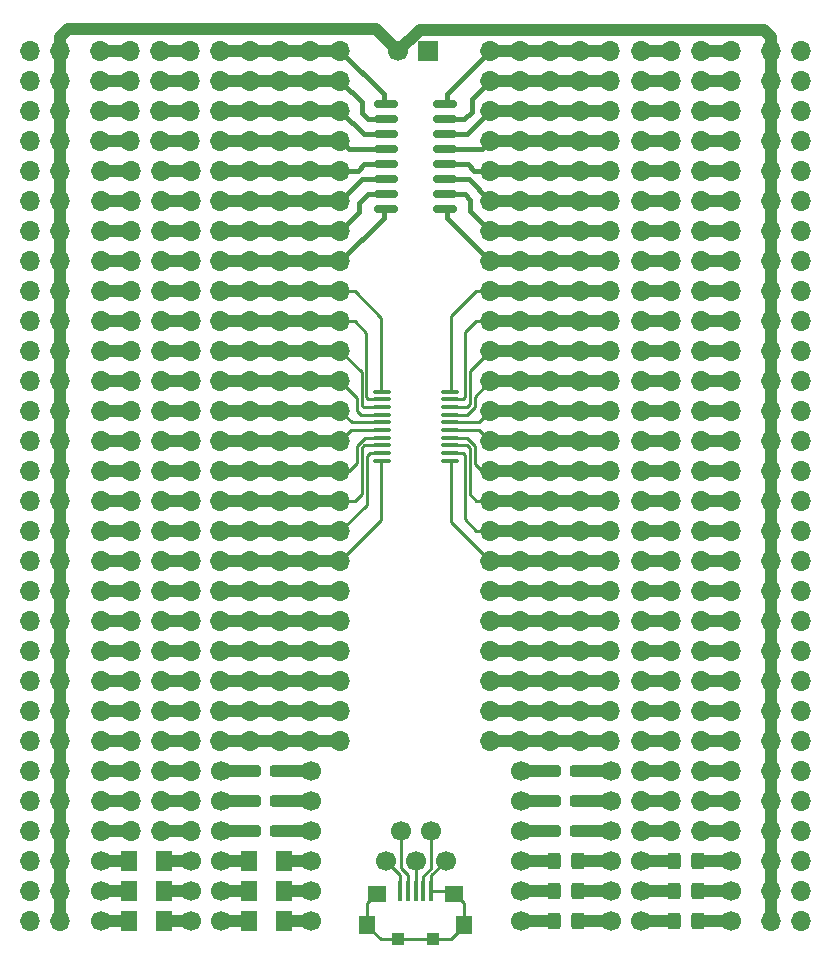
<source format=gtl>
G04 #@! TF.GenerationSoftware,KiCad,Pcbnew,9.0.1*
G04 #@! TF.CreationDate,2025-05-06T23:41:27-04:00*
G04 #@! TF.ProjectId,AltbierProto,416c7462-6965-4725-9072-6f746f2e6b69,rev?*
G04 #@! TF.SameCoordinates,Original*
G04 #@! TF.FileFunction,Copper,L1,Top*
G04 #@! TF.FilePolarity,Positive*
%FSLAX46Y46*%
G04 Gerber Fmt 4.6, Leading zero omitted, Abs format (unit mm)*
G04 Created by KiCad (PCBNEW 9.0.1) date 2025-05-06 23:41:27*
%MOMM*%
%LPD*%
G01*
G04 APERTURE LIST*
G04 Aperture macros list*
%AMRoundRect*
0 Rectangle with rounded corners*
0 $1 Rounding radius*
0 $2 $3 $4 $5 $6 $7 $8 $9 X,Y pos of 4 corners*
0 Add a 4 corners polygon primitive as box body*
4,1,4,$2,$3,$4,$5,$6,$7,$8,$9,$2,$3,0*
0 Add four circle primitives for the rounded corners*
1,1,$1+$1,$2,$3*
1,1,$1+$1,$4,$5*
1,1,$1+$1,$6,$7*
1,1,$1+$1,$8,$9*
0 Add four rect primitives between the rounded corners*
20,1,$1+$1,$2,$3,$4,$5,0*
20,1,$1+$1,$4,$5,$6,$7,0*
20,1,$1+$1,$6,$7,$8,$9,0*
20,1,$1+$1,$8,$9,$2,$3,0*%
G04 Aperture macros list end*
G04 #@! TA.AperFunction,ComponentPad*
%ADD10O,1.700000X1.700000*%
G04 #@! TD*
G04 #@! TA.AperFunction,SMDPad,CuDef*
%ADD11RoundRect,0.150000X-0.825000X-0.150000X0.825000X-0.150000X0.825000X0.150000X-0.825000X0.150000X0*%
G04 #@! TD*
G04 #@! TA.AperFunction,SMDPad,CuDef*
%ADD12RoundRect,0.100000X-0.637500X-0.100000X0.637500X-0.100000X0.637500X0.100000X-0.637500X0.100000X0*%
G04 #@! TD*
G04 #@! TA.AperFunction,ComponentPad*
%ADD13R,1.700000X1.700000*%
G04 #@! TD*
G04 #@! TA.AperFunction,ComponentPad*
%ADD14C,1.700000*%
G04 #@! TD*
G04 #@! TA.AperFunction,SMDPad,CuDef*
%ADD15R,0.400000X1.800000*%
G04 #@! TD*
G04 #@! TA.AperFunction,SMDPad,CuDef*
%ADD16R,1.350000X1.500000*%
G04 #@! TD*
G04 #@! TA.AperFunction,SMDPad,CuDef*
%ADD17R,1.500000X1.400000*%
G04 #@! TD*
G04 #@! TA.AperFunction,SMDPad,CuDef*
%ADD18R,1.100000X1.000000*%
G04 #@! TD*
G04 #@! TA.AperFunction,SMDPad,CuDef*
%ADD19RoundRect,0.250001X-0.462499X-0.624999X0.462499X-0.624999X0.462499X0.624999X-0.462499X0.624999X0*%
G04 #@! TD*
G04 #@! TA.AperFunction,SMDPad,CuDef*
%ADD20RoundRect,0.250000X-0.325000X-0.450000X0.325000X-0.450000X0.325000X0.450000X-0.325000X0.450000X0*%
G04 #@! TD*
G04 #@! TA.AperFunction,SMDPad,CuDef*
%ADD21RoundRect,0.237500X-0.287500X-0.237500X0.287500X-0.237500X0.287500X0.237500X-0.287500X0.237500X0*%
G04 #@! TD*
G04 #@! TA.AperFunction,Conductor*
%ADD22C,1.000000*%
G04 #@! TD*
G04 #@! TA.AperFunction,Conductor*
%ADD23C,0.250000*%
G04 #@! TD*
G04 #@! TA.AperFunction,Conductor*
%ADD24C,0.400000*%
G04 #@! TD*
G04 APERTURE END LIST*
D10*
X124590000Y-55295000D03*
X127130000Y-55295000D03*
X129670000Y-55295000D03*
X132210000Y-55295000D03*
X134750000Y-55295000D03*
X147450000Y-55295000D03*
X149990000Y-55295000D03*
X152530000Y-55295000D03*
X155070000Y-55295000D03*
X157610000Y-55295000D03*
X124590000Y-57835000D03*
X127130000Y-57835000D03*
X129670000Y-57835000D03*
X132210000Y-57835000D03*
X134750000Y-57835000D03*
X147450000Y-57835000D03*
X149990000Y-57835000D03*
X152530000Y-57835000D03*
X155070000Y-57835000D03*
X157610000Y-57835000D03*
X124590000Y-62915000D03*
X127130000Y-62915000D03*
X129670000Y-62915000D03*
X132210000Y-62915000D03*
X134750000Y-62915000D03*
X147450000Y-62915000D03*
X149990000Y-62915000D03*
X152530000Y-62915000D03*
X155070000Y-62915000D03*
X157610000Y-62915000D03*
X124590000Y-60375000D03*
X127130000Y-60375000D03*
X129670000Y-60375000D03*
X132210000Y-60375000D03*
X134750000Y-60375000D03*
X147450000Y-60375000D03*
X149990000Y-60375000D03*
X152530000Y-60375000D03*
X155070000Y-60375000D03*
X157610000Y-60375000D03*
X124590000Y-70535000D03*
X127130000Y-70535000D03*
X129670000Y-70535000D03*
X132210000Y-70535000D03*
X134750000Y-70535000D03*
X147450000Y-70535000D03*
X149990000Y-70535000D03*
X152530000Y-70535000D03*
X155070000Y-70535000D03*
X157610000Y-70535000D03*
X124590000Y-73075000D03*
X127130000Y-73075000D03*
X129670000Y-73075000D03*
X132210000Y-73075000D03*
X134750000Y-73075000D03*
X147450000Y-73075000D03*
X149990000Y-73075000D03*
X152530000Y-73075000D03*
X155070000Y-73075000D03*
X157610000Y-73075000D03*
X124590000Y-67995000D03*
X127130000Y-67995000D03*
X129670000Y-67995000D03*
X132210000Y-67995000D03*
X134750000Y-67995000D03*
X147450000Y-67995000D03*
X149990000Y-67995000D03*
X152530000Y-67995000D03*
X155070000Y-67995000D03*
X157610000Y-67995000D03*
X124590000Y-65455000D03*
X127130000Y-65455000D03*
X129670000Y-65455000D03*
X132210000Y-65455000D03*
X134750000Y-65455000D03*
X147450000Y-65455000D03*
X149990000Y-65455000D03*
X152530000Y-65455000D03*
X155070000Y-65455000D03*
X157610000Y-65455000D03*
X124590000Y-80695000D03*
X127130000Y-80695000D03*
X129670000Y-80695000D03*
X132210000Y-80695000D03*
X134750000Y-80695000D03*
X147450000Y-80695000D03*
X149990000Y-80695000D03*
X152530000Y-80695000D03*
X155070000Y-80695000D03*
X157610000Y-80695000D03*
X124590000Y-83235000D03*
X127130000Y-83235000D03*
X129670000Y-83235000D03*
X132210000Y-83235000D03*
X134750000Y-83235000D03*
X147450000Y-83235000D03*
X149990000Y-83235000D03*
X152530000Y-83235000D03*
X155070000Y-83235000D03*
X157610000Y-83235000D03*
X124590000Y-78155000D03*
X127130000Y-78155000D03*
X129670000Y-78155000D03*
X132210000Y-78155000D03*
X134750000Y-78155000D03*
X147450000Y-78155000D03*
X149990000Y-78155000D03*
X152530000Y-78155000D03*
X155070000Y-78155000D03*
X157610000Y-78155000D03*
X124590000Y-88315000D03*
X127130000Y-88315000D03*
X129670000Y-88315000D03*
X132210000Y-88315000D03*
X134750000Y-88315000D03*
X147450000Y-88315000D03*
X149990000Y-88315000D03*
X152530000Y-88315000D03*
X155070000Y-88315000D03*
X157610000Y-88315000D03*
X124590000Y-90855000D03*
X127130000Y-90855000D03*
X129670000Y-90855000D03*
X132210000Y-90855000D03*
X134750000Y-90855000D03*
X147450000Y-90855000D03*
X149990000Y-90855000D03*
X152530000Y-90855000D03*
X155070000Y-90855000D03*
X157610000Y-90855000D03*
X124590000Y-93395000D03*
X127130000Y-93395000D03*
X129670000Y-93395000D03*
X132210000Y-93395000D03*
X134750000Y-93395000D03*
X147450000Y-93395000D03*
X149990000Y-93395000D03*
X152530000Y-93395000D03*
X155070000Y-93395000D03*
X157610000Y-93395000D03*
X124590000Y-85775000D03*
X127130000Y-85775000D03*
X129670000Y-85775000D03*
X132210000Y-85775000D03*
X134750000Y-85775000D03*
X147450000Y-85775000D03*
X149990000Y-85775000D03*
X152530000Y-85775000D03*
X155070000Y-85775000D03*
X157610000Y-85775000D03*
X124590000Y-75615000D03*
X127130000Y-75615000D03*
X129670000Y-75615000D03*
X132210000Y-75615000D03*
X134750000Y-75615000D03*
X147450000Y-75615000D03*
X149990000Y-75615000D03*
X152530000Y-75615000D03*
X155070000Y-75615000D03*
X157610000Y-75615000D03*
X124590000Y-101015000D03*
X127130000Y-101015000D03*
X129670000Y-101015000D03*
X132210000Y-101015000D03*
X134750000Y-101015000D03*
X147450000Y-101015000D03*
X149990000Y-101015000D03*
X152530000Y-101015000D03*
X155070000Y-101015000D03*
X157610000Y-101015000D03*
X124590000Y-103555000D03*
X127130000Y-103555000D03*
X129670000Y-103555000D03*
X132210000Y-103555000D03*
X134750000Y-103555000D03*
X147450000Y-103555000D03*
X149990000Y-103555000D03*
X152530000Y-103555000D03*
X155070000Y-103555000D03*
X157610000Y-103555000D03*
X124590000Y-98475000D03*
X127130000Y-98475000D03*
X129670000Y-98475000D03*
X132210000Y-98475000D03*
X134750000Y-98475000D03*
X147450000Y-98475000D03*
X149990000Y-98475000D03*
X152530000Y-98475000D03*
X155070000Y-98475000D03*
X157610000Y-98475000D03*
X124590000Y-108635000D03*
X127130000Y-108635000D03*
X129670000Y-108635000D03*
X132210000Y-108635000D03*
X134750000Y-108635000D03*
X147450000Y-108635000D03*
X149990000Y-108635000D03*
X152530000Y-108635000D03*
X155070000Y-108635000D03*
X157610000Y-108635000D03*
X124590000Y-111175000D03*
X127130000Y-111175000D03*
X129670000Y-111175000D03*
X132210000Y-111175000D03*
X134750000Y-111175000D03*
X147450000Y-111175000D03*
X149990000Y-111175000D03*
X152530000Y-111175000D03*
X155070000Y-111175000D03*
X157610000Y-111175000D03*
X124590000Y-113715000D03*
X127130000Y-113715000D03*
X129670000Y-113715000D03*
X132210000Y-113715000D03*
X134750000Y-113715000D03*
X147450000Y-113715000D03*
X149990000Y-113715000D03*
X152530000Y-113715000D03*
X155070000Y-113715000D03*
X157610000Y-113715000D03*
X124590000Y-106095000D03*
X127130000Y-106095000D03*
X129670000Y-106095000D03*
X132210000Y-106095000D03*
X134750000Y-106095000D03*
X147450000Y-106095000D03*
X149990000Y-106095000D03*
X152530000Y-106095000D03*
X155070000Y-106095000D03*
X157610000Y-106095000D03*
X124590000Y-95935000D03*
X127130000Y-95935000D03*
X129670000Y-95935000D03*
X132210000Y-95935000D03*
X134750000Y-95935000D03*
X147450000Y-95935000D03*
X149990000Y-95935000D03*
X152530000Y-95935000D03*
X155070000Y-95935000D03*
X157610000Y-95935000D03*
D11*
X138645000Y-59815000D03*
X138645000Y-61085000D03*
X138645000Y-62355000D03*
X138645000Y-63625000D03*
X138645000Y-64895000D03*
X138645000Y-66165000D03*
X138645000Y-67435000D03*
X138645000Y-68705000D03*
X143595000Y-68705000D03*
X143595000Y-67435000D03*
X143595000Y-66165000D03*
X143595000Y-64895000D03*
X143595000Y-63625000D03*
X143595000Y-62355000D03*
X143595000Y-61085000D03*
X143595000Y-59815000D03*
D12*
X138307500Y-84135000D03*
X138307500Y-84785000D03*
X138307500Y-85435000D03*
X138307500Y-86085000D03*
X138307500Y-86735000D03*
X138307500Y-87385000D03*
X138307500Y-88035000D03*
X138307500Y-88685000D03*
X138307500Y-89335000D03*
X138307500Y-89985000D03*
X144032500Y-89985000D03*
X144032500Y-89335000D03*
X144032500Y-88685000D03*
X144032500Y-88035000D03*
X144032500Y-87385000D03*
X144032500Y-86735000D03*
X144032500Y-86085000D03*
X144032500Y-85435000D03*
X144032500Y-84785000D03*
X144032500Y-84135000D03*
D10*
X160180000Y-55300000D03*
X162720000Y-55300000D03*
X165260000Y-55300000D03*
X167800000Y-55300000D03*
X160180000Y-57840000D03*
X162720000Y-57840000D03*
X165260000Y-57840000D03*
X167800000Y-57840000D03*
X160180000Y-60380000D03*
X162720000Y-60380000D03*
X165260000Y-60380000D03*
X167800000Y-60380000D03*
X160180000Y-62920000D03*
X162720000Y-62920000D03*
X165260000Y-62920000D03*
X167800000Y-62920000D03*
X160190000Y-75620000D03*
X162730000Y-75620000D03*
X165270000Y-75620000D03*
X167810000Y-75620000D03*
X160190000Y-78160000D03*
X162730000Y-78160000D03*
X165270000Y-78160000D03*
X167810000Y-78160000D03*
X160190000Y-83240000D03*
X162730000Y-83240000D03*
X165270000Y-83240000D03*
X167810000Y-83240000D03*
X160190000Y-80700000D03*
X162730000Y-80700000D03*
X165270000Y-80700000D03*
X167810000Y-80700000D03*
X160190000Y-85780000D03*
X162730000Y-85780000D03*
X165270000Y-85780000D03*
X167810000Y-85780000D03*
X160200000Y-98480000D03*
X162740000Y-98480000D03*
X165280000Y-98480000D03*
X167820000Y-98480000D03*
X160200000Y-95940000D03*
X162740000Y-95940000D03*
X165280000Y-95940000D03*
X167820000Y-95940000D03*
X160190000Y-88320000D03*
X162730000Y-88320000D03*
X165270000Y-88320000D03*
X167810000Y-88320000D03*
X160190000Y-93400000D03*
X162730000Y-93400000D03*
X165270000Y-93400000D03*
X167810000Y-93400000D03*
X160200000Y-103560000D03*
X162740000Y-103560000D03*
X165280000Y-103560000D03*
X167820000Y-103560000D03*
X160190000Y-90860000D03*
X162730000Y-90860000D03*
X165270000Y-90860000D03*
X167810000Y-90860000D03*
X160200000Y-101020000D03*
X162740000Y-101020000D03*
X165280000Y-101020000D03*
X167820000Y-101020000D03*
X160200000Y-108640000D03*
X162740000Y-108640000D03*
X165280000Y-108640000D03*
X167820000Y-108640000D03*
X160200000Y-111180000D03*
X162740000Y-111180000D03*
X165280000Y-111180000D03*
X167820000Y-111180000D03*
X160200000Y-106100000D03*
X162740000Y-106100000D03*
X165280000Y-106100000D03*
X167820000Y-106100000D03*
X160200000Y-113720000D03*
X162740000Y-113720000D03*
X165280000Y-113720000D03*
X167820000Y-113720000D03*
X160190000Y-121340000D03*
X162730000Y-121340000D03*
X165270000Y-121340000D03*
X167810000Y-121340000D03*
X160190000Y-118800000D03*
X162730000Y-118800000D03*
X165270000Y-118800000D03*
X167810000Y-118800000D03*
X160190000Y-116260000D03*
X162730000Y-116260000D03*
X165270000Y-116260000D03*
X167810000Y-116260000D03*
X114440000Y-55330000D03*
X116980000Y-55330000D03*
X119520000Y-55330000D03*
X122060000Y-55330000D03*
X114450000Y-68030000D03*
X116990000Y-68030000D03*
X119530000Y-68030000D03*
X122070000Y-68030000D03*
X114450000Y-65490000D03*
X116990000Y-65490000D03*
X119530000Y-65490000D03*
X122070000Y-65490000D03*
X114440000Y-57870000D03*
X116980000Y-57870000D03*
X119520000Y-57870000D03*
X122060000Y-57870000D03*
X114440000Y-62950000D03*
X116980000Y-62950000D03*
X119520000Y-62950000D03*
X122060000Y-62950000D03*
X114450000Y-73110000D03*
X116990000Y-73110000D03*
X119530000Y-73110000D03*
X122070000Y-73110000D03*
X114440000Y-60410000D03*
X116980000Y-60410000D03*
X119520000Y-60410000D03*
X122060000Y-60410000D03*
X114450000Y-70570000D03*
X116990000Y-70570000D03*
X119530000Y-70570000D03*
X122070000Y-70570000D03*
X114450000Y-118830000D03*
X116990000Y-118830000D03*
X119530000Y-118830000D03*
X122070000Y-118830000D03*
X114460000Y-113750000D03*
X117000000Y-113750000D03*
X119540000Y-113750000D03*
X122080000Y-113750000D03*
X114450000Y-121370000D03*
X116990000Y-121370000D03*
X119530000Y-121370000D03*
X122070000Y-121370000D03*
X114450000Y-116290000D03*
X116990000Y-116290000D03*
X119530000Y-116290000D03*
X122070000Y-116290000D03*
X114460000Y-106130000D03*
X117000000Y-106130000D03*
X119540000Y-106130000D03*
X122080000Y-106130000D03*
X114450000Y-78190000D03*
X116990000Y-78190000D03*
X119530000Y-78190000D03*
X122070000Y-78190000D03*
X114460000Y-108670000D03*
X117000000Y-108670000D03*
X119540000Y-108670000D03*
X122080000Y-108670000D03*
X114450000Y-80730000D03*
X116990000Y-80730000D03*
X119530000Y-80730000D03*
X122070000Y-80730000D03*
X114450000Y-75650000D03*
X116990000Y-75650000D03*
X119530000Y-75650000D03*
X122070000Y-75650000D03*
X114460000Y-95970000D03*
X117000000Y-95970000D03*
X119540000Y-95970000D03*
X122080000Y-95970000D03*
X114460000Y-98510000D03*
X117000000Y-98510000D03*
X119540000Y-98510000D03*
X122080000Y-98510000D03*
X114450000Y-88350000D03*
X116990000Y-88350000D03*
X119530000Y-88350000D03*
X122070000Y-88350000D03*
X114450000Y-85810000D03*
X116990000Y-85810000D03*
X119530000Y-85810000D03*
X122070000Y-85810000D03*
X114450000Y-93430000D03*
X116990000Y-93430000D03*
X119530000Y-93430000D03*
X122070000Y-93430000D03*
X114460000Y-103590000D03*
X117000000Y-103590000D03*
X119540000Y-103590000D03*
X122080000Y-103590000D03*
X114450000Y-83270000D03*
X116990000Y-83270000D03*
X119530000Y-83270000D03*
X122070000Y-83270000D03*
X114450000Y-90890000D03*
X116990000Y-90890000D03*
X119530000Y-90890000D03*
X122070000Y-90890000D03*
X114460000Y-101050000D03*
X117000000Y-101050000D03*
X119540000Y-101050000D03*
X122080000Y-101050000D03*
X114460000Y-111210000D03*
X117000000Y-111210000D03*
X119540000Y-111210000D03*
X122080000Y-111210000D03*
X108460000Y-55320000D03*
X111000000Y-55320000D03*
X108460000Y-57860000D03*
X111000000Y-57860000D03*
X108460000Y-60400000D03*
X111000000Y-60400000D03*
X108460000Y-62940000D03*
X111000000Y-62940000D03*
X108460000Y-65480000D03*
X111000000Y-65480000D03*
X108460000Y-68020000D03*
X111000000Y-68020000D03*
X108460000Y-70560000D03*
X111000000Y-70560000D03*
X108460000Y-73100000D03*
X111000000Y-73100000D03*
X108460000Y-75640000D03*
X111000000Y-75640000D03*
X108460000Y-78180000D03*
X111000000Y-78180000D03*
X108460000Y-80720000D03*
X111000000Y-80720000D03*
X108460000Y-83260000D03*
X111000000Y-83260000D03*
X108460000Y-85800000D03*
X111000000Y-85800000D03*
X108460000Y-88340000D03*
X111000000Y-88340000D03*
X108460000Y-90880000D03*
X111000000Y-90880000D03*
X108460000Y-93420000D03*
X111000000Y-93420000D03*
X108460000Y-95960000D03*
X111000000Y-95960000D03*
X108460000Y-98500000D03*
X111000000Y-98500000D03*
X108460000Y-101040000D03*
X111000000Y-101040000D03*
X108460000Y-103580000D03*
X111000000Y-103580000D03*
X108460000Y-106120000D03*
X111000000Y-106120000D03*
X108460000Y-108660000D03*
X111000000Y-108660000D03*
X108460000Y-111200000D03*
X111000000Y-111200000D03*
X108460000Y-113740000D03*
X111000000Y-113740000D03*
X108460000Y-116280000D03*
X111000000Y-116280000D03*
X108460000Y-118820000D03*
X111000000Y-118820000D03*
X108460000Y-121360000D03*
X111000000Y-121360000D03*
X108460000Y-123900000D03*
X111000000Y-123900000D03*
X108460000Y-126440000D03*
X111000000Y-126440000D03*
X108460000Y-128980000D03*
X111000000Y-128980000D03*
X171240000Y-55320000D03*
X173780000Y-55320000D03*
X171240000Y-57860000D03*
X173780000Y-57860000D03*
X171240000Y-60400000D03*
X173780000Y-60400000D03*
X171240000Y-62940000D03*
X173780000Y-62940000D03*
X171240000Y-65480000D03*
X173780000Y-65480000D03*
X171240000Y-68020000D03*
X173780000Y-68020000D03*
X171240000Y-70560000D03*
X173780000Y-70560000D03*
X171240000Y-73100000D03*
X173780000Y-73100000D03*
X171240000Y-75640000D03*
X173780000Y-75640000D03*
X171240000Y-78180000D03*
X173780000Y-78180000D03*
X171240000Y-80720000D03*
X173780000Y-80720000D03*
X171240000Y-83260000D03*
X173780000Y-83260000D03*
X171240000Y-85800000D03*
X173780000Y-85800000D03*
X171240000Y-88340000D03*
X173780000Y-88340000D03*
X171240000Y-90880000D03*
X173780000Y-90880000D03*
X171240000Y-93420000D03*
X173780000Y-93420000D03*
X171240000Y-95960000D03*
X173780000Y-95960000D03*
X171240000Y-98500000D03*
X173780000Y-98500000D03*
X171240000Y-101040000D03*
X173780000Y-101040000D03*
X171240000Y-103580000D03*
X173780000Y-103580000D03*
X171240000Y-106120000D03*
X173780000Y-106120000D03*
X171240000Y-108660000D03*
X173780000Y-108660000D03*
X171240000Y-111200000D03*
X173780000Y-111200000D03*
X171240000Y-113740000D03*
X173780000Y-113740000D03*
X171240000Y-116280000D03*
X173780000Y-116280000D03*
X171240000Y-118820000D03*
X173780000Y-118820000D03*
X171240000Y-121360000D03*
X173780000Y-121360000D03*
X171240000Y-123900000D03*
X173780000Y-123900000D03*
X171240000Y-126440000D03*
X173780000Y-126440000D03*
X171240000Y-128980000D03*
X173780000Y-128980000D03*
D13*
X142190000Y-55320000D03*
D14*
X139650000Y-55320000D03*
X138580000Y-123870000D03*
D15*
X139820000Y-126440000D03*
D14*
X139850000Y-121330000D03*
D15*
X140470000Y-126440000D03*
D14*
X141120000Y-123870000D03*
D15*
X141120000Y-126440000D03*
X141770000Y-126440000D03*
D14*
X142390000Y-121330000D03*
D15*
X142420000Y-126440000D03*
D14*
X143660000Y-123870000D03*
D16*
X137045000Y-129310000D03*
D17*
X137870000Y-126640000D03*
D18*
X139620000Y-130490000D03*
X142620000Y-130490000D03*
D17*
X144370000Y-126640000D03*
D16*
X145195000Y-129310000D03*
D14*
X114450000Y-123900000D03*
D19*
X116822500Y-123900000D03*
X119797500Y-123900000D03*
D14*
X122070000Y-123900000D03*
X160200000Y-128960000D03*
D20*
X162975000Y-128960000D03*
X165025000Y-128960000D03*
D14*
X167820000Y-128960000D03*
X114450000Y-126430000D03*
D19*
X116822500Y-126430000D03*
X119797500Y-126430000D03*
D14*
X122070000Y-126430000D03*
X114450000Y-128970000D03*
D19*
X116822500Y-128970000D03*
X119797500Y-128970000D03*
D14*
X122070000Y-128970000D03*
X150040000Y-121330000D03*
D21*
X152965000Y-121330000D03*
X154715000Y-121330000D03*
D14*
X157660000Y-121330000D03*
X160200000Y-126420000D03*
D20*
X162975000Y-126420000D03*
X165025000Y-126420000D03*
D14*
X167820000Y-126420000D03*
X160200000Y-123880000D03*
D20*
X162975000Y-123880000D03*
X165025000Y-123880000D03*
D14*
X167820000Y-123880000D03*
X150040000Y-118790000D03*
D21*
X152965000Y-118790000D03*
X154715000Y-118790000D03*
D14*
X157660000Y-118790000D03*
X124610000Y-118840000D03*
D21*
X127535000Y-118840000D03*
X129285000Y-118840000D03*
D14*
X132230000Y-118840000D03*
X124610000Y-121380000D03*
D21*
X127535000Y-121380000D03*
X129285000Y-121380000D03*
D14*
X132230000Y-121380000D03*
X124610000Y-116300000D03*
D21*
X127535000Y-116300000D03*
X129285000Y-116300000D03*
D14*
X132230000Y-116300000D03*
X150040000Y-116250000D03*
D21*
X152965000Y-116250000D03*
X154715000Y-116250000D03*
D14*
X157660000Y-116250000D03*
X124610000Y-123900000D03*
D19*
X126982500Y-123900000D03*
X129957500Y-123900000D03*
D14*
X132230000Y-123900000D03*
X124610000Y-128970000D03*
D19*
X126982500Y-128970000D03*
X129957500Y-128970000D03*
D14*
X132230000Y-128970000D03*
X124610000Y-126430000D03*
D19*
X126982500Y-126430000D03*
X129957500Y-126430000D03*
D14*
X132230000Y-126430000D03*
X150040000Y-128970000D03*
D20*
X152815000Y-128970000D03*
X154865000Y-128970000D03*
D14*
X157660000Y-128970000D03*
X150040000Y-126430000D03*
D20*
X152815000Y-126430000D03*
X154865000Y-126430000D03*
D14*
X157660000Y-126430000D03*
X150040000Y-123890000D03*
D20*
X152815000Y-123890000D03*
X154865000Y-123890000D03*
D14*
X157660000Y-123890000D03*
D10*
X160190000Y-73080000D03*
X162730000Y-73080000D03*
X165270000Y-73080000D03*
X167810000Y-73080000D03*
X160190000Y-68000000D03*
X162730000Y-68000000D03*
X165270000Y-68000000D03*
X167810000Y-68000000D03*
X160190000Y-65460000D03*
X162730000Y-65460000D03*
X165270000Y-65460000D03*
X167810000Y-65460000D03*
X160190000Y-70540000D03*
X162730000Y-70540000D03*
X165270000Y-70540000D03*
X167810000Y-70540000D03*
D22*
X124590000Y-57835000D02*
X134750000Y-57835000D01*
X147450000Y-57835000D02*
X157610000Y-57835000D01*
X147450000Y-62915000D02*
X157610000Y-62915000D01*
X124590000Y-62915000D02*
X134750000Y-62915000D01*
X124590000Y-60375000D02*
X134750000Y-60375000D01*
X147450000Y-60375000D02*
X157610000Y-60375000D01*
X124590000Y-70535000D02*
X134750000Y-70535000D01*
X147450000Y-70535000D02*
X157610000Y-70535000D01*
X147450000Y-67995000D02*
X157610000Y-67995000D01*
X147450000Y-73075000D02*
X157610000Y-73075000D01*
X124590000Y-73075000D02*
X134750000Y-73075000D01*
X124590000Y-67995000D02*
X134750000Y-67995000D01*
X124590000Y-65455000D02*
X134750000Y-65455000D01*
X147450000Y-65455000D02*
X157610000Y-65455000D01*
X124590000Y-80695000D02*
X134750000Y-80695000D01*
X147450000Y-80695000D02*
X157610000Y-80695000D01*
X147450000Y-78155000D02*
X157610000Y-78155000D01*
X147450000Y-83235000D02*
X157610000Y-83235000D01*
X124590000Y-83235000D02*
X134750000Y-83235000D01*
X124590000Y-78155000D02*
X134750000Y-78155000D01*
X147450000Y-85775000D02*
X157610000Y-85775000D01*
X124590000Y-85775000D02*
X134750000Y-85775000D01*
X124590000Y-88315000D02*
X134750000Y-88315000D01*
X124590000Y-93395000D02*
X134750000Y-93395000D01*
X124590000Y-90855000D02*
X134750000Y-90855000D01*
X147450000Y-90855000D02*
X157610000Y-90855000D01*
X147450000Y-88315000D02*
X157610000Y-88315000D01*
X147450000Y-93395000D02*
X157610000Y-93395000D01*
X124590000Y-75615000D02*
X134750000Y-75615000D01*
X147450000Y-75615000D02*
X157610000Y-75615000D01*
X124590000Y-101015000D02*
X134750000Y-101015000D01*
X147450000Y-101015000D02*
X157610000Y-101015000D01*
X147450000Y-98475000D02*
X157610000Y-98475000D01*
X147450000Y-103555000D02*
X157610000Y-103555000D01*
X124590000Y-103555000D02*
X134750000Y-103555000D01*
X124590000Y-98475000D02*
X134750000Y-98475000D01*
X147450000Y-106095000D02*
X157610000Y-106095000D01*
X124590000Y-106095000D02*
X134750000Y-106095000D01*
X124590000Y-108635000D02*
X134750000Y-108635000D01*
X124590000Y-113715000D02*
X134750000Y-113715000D01*
X124590000Y-111175000D02*
X134750000Y-111175000D01*
X147450000Y-111175000D02*
X157610000Y-111175000D01*
X147450000Y-108635000D02*
X157610000Y-108635000D01*
X147450000Y-113715000D02*
X157610000Y-113715000D01*
X124590000Y-95935000D02*
X134750000Y-95935000D01*
X147450000Y-95935000D02*
X157610000Y-95935000D01*
X165270000Y-68000000D02*
X167810000Y-68000000D01*
X165270000Y-73080000D02*
X167810000Y-73080000D01*
X160190000Y-70540000D02*
X162730000Y-70540000D01*
X160190000Y-65460000D02*
X162730000Y-65460000D01*
X165270000Y-70540000D02*
X167810000Y-70540000D01*
X165270000Y-65460000D02*
X167810000Y-65460000D01*
X160190000Y-73080000D02*
X162730000Y-73080000D01*
X160190000Y-68000000D02*
X162730000Y-68000000D01*
X165270000Y-88320000D02*
X167810000Y-88320000D01*
X165270000Y-93400000D02*
X167810000Y-93400000D01*
X160190000Y-90860000D02*
X162730000Y-90860000D01*
X165280000Y-103560000D02*
X167820000Y-103560000D01*
X160190000Y-85780000D02*
X162730000Y-85780000D01*
X165280000Y-98480000D02*
X167820000Y-98480000D01*
X160200000Y-95940000D02*
X162740000Y-95940000D01*
X165280000Y-101020000D02*
X167820000Y-101020000D01*
X160200000Y-98480000D02*
X162740000Y-98480000D01*
X160200000Y-103560000D02*
X162740000Y-103560000D01*
X165280000Y-95940000D02*
X167820000Y-95940000D01*
X160200000Y-101020000D02*
X162740000Y-101020000D01*
X165270000Y-90860000D02*
X167810000Y-90860000D01*
X165270000Y-85780000D02*
X167810000Y-85780000D01*
X160190000Y-93400000D02*
X162730000Y-93400000D01*
X160190000Y-88320000D02*
X162730000Y-88320000D01*
X165280000Y-113720000D02*
X167820000Y-113720000D01*
X165280000Y-108640000D02*
X167820000Y-108640000D01*
X160200000Y-113720000D02*
X162740000Y-113720000D01*
X165280000Y-111180000D02*
X167820000Y-111180000D01*
X160200000Y-106100000D02*
X162740000Y-106100000D01*
X165280000Y-106100000D02*
X167820000Y-106100000D01*
X160200000Y-111180000D02*
X162740000Y-111180000D01*
X160200000Y-108640000D02*
X162740000Y-108640000D01*
X165270000Y-116260000D02*
X167810000Y-116260000D01*
X160190000Y-118800000D02*
X162730000Y-118800000D01*
X165270000Y-118800000D02*
X167810000Y-118800000D01*
X160190000Y-116260000D02*
X162730000Y-116260000D01*
X160190000Y-121340000D02*
X162730000Y-121340000D01*
X165270000Y-121340000D02*
X167810000Y-121340000D01*
X119520000Y-57870000D02*
X122060000Y-57870000D01*
X119520000Y-62950000D02*
X122060000Y-62950000D01*
X114440000Y-60410000D02*
X116980000Y-60410000D01*
X119530000Y-73110000D02*
X122070000Y-73110000D01*
X114440000Y-55330000D02*
X116980000Y-55330000D01*
X119530000Y-68030000D02*
X122070000Y-68030000D01*
X114450000Y-65490000D02*
X116990000Y-65490000D01*
X119530000Y-70570000D02*
X122070000Y-70570000D01*
X114450000Y-68030000D02*
X116990000Y-68030000D01*
X114450000Y-73110000D02*
X116990000Y-73110000D01*
X119530000Y-65490000D02*
X122070000Y-65490000D01*
X114450000Y-70570000D02*
X116990000Y-70570000D01*
X119520000Y-60410000D02*
X122060000Y-60410000D01*
X119520000Y-55330000D02*
X122060000Y-55330000D01*
X114440000Y-62950000D02*
X116980000Y-62950000D01*
X114440000Y-57870000D02*
X116980000Y-57870000D01*
X119530000Y-121370000D02*
X122070000Y-121370000D01*
X119530000Y-116290000D02*
X122070000Y-116290000D01*
X114450000Y-118830000D02*
X116990000Y-118830000D01*
X119530000Y-118830000D02*
X122070000Y-118830000D01*
X114450000Y-116290000D02*
X116990000Y-116290000D01*
X114450000Y-121370000D02*
X116990000Y-121370000D01*
X119530000Y-83270000D02*
X122070000Y-83270000D01*
X119530000Y-88350000D02*
X122070000Y-88350000D01*
X119530000Y-78190000D02*
X122070000Y-78190000D01*
X114460000Y-95970000D02*
X117000000Y-95970000D01*
X119540000Y-108670000D02*
X122080000Y-108670000D01*
X119540000Y-101050000D02*
X122080000Y-101050000D01*
X114460000Y-98510000D02*
X117000000Y-98510000D01*
X114460000Y-113750000D02*
X117000000Y-113750000D01*
X114460000Y-103590000D02*
X117000000Y-103590000D01*
X119540000Y-95970000D02*
X122080000Y-95970000D01*
X114450000Y-83270000D02*
X116990000Y-83270000D01*
X119530000Y-93430000D02*
X122070000Y-93430000D01*
X119530000Y-80730000D02*
X122070000Y-80730000D01*
X114450000Y-75650000D02*
X116990000Y-75650000D01*
X114450000Y-90890000D02*
X116990000Y-90890000D01*
X119540000Y-103590000D02*
X122080000Y-103590000D01*
X114450000Y-85810000D02*
X116990000Y-85810000D01*
X119540000Y-98510000D02*
X122080000Y-98510000D01*
X119530000Y-75650000D02*
X122070000Y-75650000D01*
X114450000Y-80730000D02*
X116990000Y-80730000D01*
X114450000Y-78190000D02*
X116990000Y-78190000D01*
X114450000Y-93430000D02*
X116990000Y-93430000D01*
X114460000Y-101050000D02*
X117000000Y-101050000D01*
X114450000Y-88350000D02*
X116990000Y-88350000D01*
X119540000Y-113750000D02*
X122080000Y-113750000D01*
X114460000Y-111210000D02*
X117000000Y-111210000D01*
X119530000Y-85810000D02*
X122070000Y-85810000D01*
X119530000Y-90890000D02*
X122070000Y-90890000D01*
X119540000Y-111210000D02*
X122080000Y-111210000D01*
X114460000Y-106130000D02*
X117000000Y-106130000D01*
X119540000Y-106130000D02*
X122080000Y-106130000D01*
X114460000Y-108670000D02*
X117000000Y-108670000D01*
X157660000Y-126430000D02*
X154865000Y-126430000D01*
X150040000Y-128970000D02*
X152815000Y-128970000D01*
X150040000Y-123890000D02*
X152815000Y-123890000D01*
X157660000Y-128970000D02*
X154865000Y-128970000D01*
X157660000Y-123890000D02*
X154865000Y-123890000D01*
X150040000Y-126430000D02*
X152815000Y-126430000D01*
D23*
X137245000Y-89335000D02*
X138220000Y-89335000D01*
D24*
X138420000Y-58965000D02*
X138420000Y-59815000D01*
D23*
X135952081Y-75615000D02*
X138220000Y-77882919D01*
D22*
X160180000Y-62920000D02*
X162720000Y-62920000D01*
D23*
X136170000Y-84655000D02*
X136170000Y-85760000D01*
D24*
X147450000Y-73075000D02*
X143820000Y-69445000D01*
D23*
X141770000Y-126440000D02*
X141770000Y-125150000D01*
D24*
X145470000Y-62355000D02*
X147450000Y-60375000D01*
X143820000Y-62355000D02*
X145470000Y-62355000D01*
D22*
X114450000Y-128970000D02*
X116822500Y-128970000D01*
D23*
X138150000Y-130490000D02*
X137045000Y-129385000D01*
D24*
X134750000Y-55295000D02*
X138420000Y-58965000D01*
D22*
X165270000Y-83240000D02*
X167810000Y-83240000D01*
D23*
X140470000Y-125110000D02*
X139850000Y-124490000D01*
D22*
X111717919Y-53400000D02*
X137730000Y-53400000D01*
D24*
X147450000Y-67995000D02*
X145620000Y-66165000D01*
D22*
X167820000Y-123880000D02*
X165025000Y-123880000D01*
D23*
X137045000Y-129310000D02*
X137045000Y-127465000D01*
X147450000Y-75615000D02*
X146247919Y-75615000D01*
D24*
X134750000Y-65455000D02*
X136205000Y-65455000D01*
D22*
X160200000Y-128960000D02*
X162975000Y-128960000D01*
D23*
X138220000Y-77882919D02*
X138220000Y-83685000D01*
D22*
X160190000Y-78160000D02*
X162730000Y-78160000D01*
D23*
X142620000Y-130490000D02*
X141820000Y-130490000D01*
D24*
X144970000Y-66165000D02*
X143820000Y-66165000D01*
D23*
X134750000Y-90855000D02*
X135475000Y-90855000D01*
X146490000Y-86735000D02*
X147450000Y-85775000D01*
X134750000Y-98475000D02*
X138220000Y-95005000D01*
X138220000Y-86735000D02*
X135710000Y-86735000D01*
D24*
X147450000Y-57835000D02*
X146600001Y-58684999D01*
D23*
X136980000Y-89600000D02*
X137245000Y-89335000D01*
X147450000Y-80695000D02*
X145730000Y-82415000D01*
X137045000Y-129385000D02*
X137045000Y-129310000D01*
D22*
X137730000Y-53400000D02*
X139650000Y-55320000D01*
X122070000Y-126430000D02*
X119797500Y-126430000D01*
D23*
X145700000Y-88920000D02*
X145465000Y-88685000D01*
X141120000Y-125290000D02*
X141120000Y-123870000D01*
X145270000Y-79132919D02*
X145270000Y-84610000D01*
X147450000Y-93395000D02*
X146247919Y-93395000D01*
X145270000Y-94957081D02*
X145270000Y-89500000D01*
D24*
X134750000Y-73075000D02*
X138420000Y-69405000D01*
D23*
X138220000Y-95005000D02*
X138220000Y-89985000D01*
D22*
X132230000Y-126430000D02*
X129957500Y-126430000D01*
D23*
X136765000Y-88685000D02*
X138220000Y-88685000D01*
X145505000Y-86085000D02*
X144120000Y-86085000D01*
X136695000Y-85435000D02*
X138220000Y-85435000D01*
X145700000Y-92847081D02*
X145700000Y-88920000D01*
X135952081Y-78155000D02*
X136960000Y-79162919D01*
X147450000Y-78155000D02*
X146247919Y-78155000D01*
X146120000Y-84565000D02*
X146120000Y-85470000D01*
X142420000Y-126440000D02*
X142420000Y-125110000D01*
D24*
X147450000Y-55295000D02*
X143820000Y-58925000D01*
D23*
X135952081Y-93395000D02*
X136570000Y-92777081D01*
X145270000Y-89500000D02*
X145105000Y-89335000D01*
D24*
X136730000Y-62355000D02*
X134750000Y-60375000D01*
D23*
X141120000Y-126440000D02*
X141120000Y-125290000D01*
D24*
X137085000Y-61085000D02*
X138420000Y-61085000D01*
D22*
X132230000Y-123900000D02*
X129957500Y-123900000D01*
D23*
X145730000Y-82415000D02*
X145730000Y-85210000D01*
D24*
X147450000Y-65455000D02*
X146095000Y-65455000D01*
X145620000Y-66165000D02*
X144970000Y-66165000D01*
D22*
X171240000Y-55320000D02*
X171240000Y-54117919D01*
D23*
X145270000Y-84610000D02*
X145095000Y-84785000D01*
D22*
X157660000Y-116250000D02*
X154715000Y-116250000D01*
D23*
X137045000Y-127465000D02*
X137870000Y-126640000D01*
X135475000Y-90855000D02*
X136150000Y-90180000D01*
X144120000Y-77742919D02*
X144120000Y-83685000D01*
X146247919Y-78155000D02*
X145270000Y-79132919D01*
X146247919Y-95935000D02*
X145270000Y-94957081D01*
X142390000Y-124530000D02*
X142390000Y-121330000D01*
X147450000Y-90855000D02*
X146725000Y-90855000D01*
X145095000Y-84785000D02*
X144120000Y-84785000D01*
X136560000Y-85300000D02*
X136695000Y-85435000D01*
D22*
X111000000Y-55320000D02*
X111000000Y-128980000D01*
D23*
X135680000Y-87385000D02*
X134750000Y-88315000D01*
D24*
X134750000Y-67995000D02*
X136580000Y-66165000D01*
D22*
X124610000Y-123900000D02*
X126982500Y-123900000D01*
D24*
X134750000Y-57835000D02*
X136560000Y-59645000D01*
X135460000Y-63625000D02*
X134750000Y-62915000D01*
X146740000Y-63625000D02*
X147450000Y-62915000D01*
D23*
X141770000Y-125150000D02*
X142390000Y-124530000D01*
X145730000Y-85210000D02*
X145505000Y-85435000D01*
X136570000Y-88880000D02*
X136765000Y-88685000D01*
D24*
X136340000Y-68945000D02*
X136340000Y-68150000D01*
X146595001Y-58684999D02*
X145890000Y-59390000D01*
D22*
X150040000Y-116250000D02*
X152965000Y-116250000D01*
D23*
X135710000Y-86735000D02*
X134750000Y-85775000D01*
D24*
X145890000Y-59390000D02*
X145890000Y-60450000D01*
D22*
X132230000Y-128970000D02*
X129957500Y-128970000D01*
X165270000Y-80700000D02*
X167810000Y-80700000D01*
D23*
X142420000Y-126440000D02*
X144170000Y-126440000D01*
X146247919Y-93395000D02*
X145700000Y-92847081D01*
D22*
X124610000Y-121380000D02*
X127535000Y-121380000D01*
X160190000Y-80700000D02*
X162730000Y-80700000D01*
D24*
X136560000Y-59675000D02*
X136590000Y-59705000D01*
D23*
X145455000Y-88035000D02*
X144120000Y-88035000D01*
X146520000Y-87385000D02*
X147450000Y-88315000D01*
X146247919Y-75615000D02*
X144120000Y-77742919D01*
X134750000Y-93395000D02*
X135952081Y-93395000D01*
X144120000Y-95145000D02*
X144120000Y-89985000D01*
X142420000Y-125110000D02*
X143660000Y-123870000D01*
D24*
X138420000Y-63625000D02*
X135460000Y-63625000D01*
X145255000Y-61085000D02*
X143820000Y-61085000D01*
D23*
X137115000Y-84785000D02*
X138220000Y-84785000D01*
D22*
X114450000Y-126430000D02*
X116822500Y-126430000D01*
D23*
X136960000Y-79162919D02*
X136960000Y-84630000D01*
D24*
X138420000Y-69405000D02*
X138420000Y-68705000D01*
D23*
X144170000Y-126440000D02*
X144370000Y-126640000D01*
D24*
X137055000Y-67435000D02*
X138420000Y-67435000D01*
X146600001Y-58684999D02*
X146595001Y-58684999D01*
X143820000Y-58925000D02*
X143820000Y-59815000D01*
X145295000Y-67435000D02*
X143820000Y-67435000D01*
X138420000Y-62355000D02*
X136730000Y-62355000D01*
D22*
X171240000Y-55320000D02*
X171240000Y-128980000D01*
D24*
X136205000Y-65455000D02*
X136765000Y-64895000D01*
D22*
X124610000Y-128970000D02*
X126982500Y-128970000D01*
D23*
X136170000Y-85760000D02*
X136495000Y-86085000D01*
X134750000Y-78155000D02*
X135952081Y-78155000D01*
D24*
X136765000Y-64895000D02*
X138420000Y-64895000D01*
D23*
X145505000Y-85435000D02*
X144120000Y-85435000D01*
D22*
X124610000Y-116300000D02*
X127535000Y-116300000D01*
X132230000Y-118840000D02*
X129285000Y-118840000D01*
D24*
X134750000Y-70535000D02*
X136340000Y-68945000D01*
D22*
X111000000Y-54117919D02*
X111717919Y-53400000D01*
D24*
X145890000Y-60450000D02*
X145255000Y-61085000D01*
D23*
X146120000Y-85470000D02*
X145505000Y-86085000D01*
D22*
X165270000Y-75620000D02*
X167810000Y-75620000D01*
X132230000Y-116300000D02*
X129285000Y-116300000D01*
D23*
X145195000Y-129310000D02*
X145195000Y-129385000D01*
D24*
X146095000Y-65455000D02*
X145535000Y-64895000D01*
D23*
X147450000Y-95935000D02*
X146247919Y-95935000D01*
D22*
X124610000Y-118840000D02*
X127535000Y-118840000D01*
X160190000Y-83240000D02*
X162730000Y-83240000D01*
X165270000Y-78160000D02*
X167810000Y-78160000D01*
X157660000Y-121330000D02*
X154715000Y-121330000D01*
X170612081Y-53490000D02*
X141480000Y-53490000D01*
D23*
X134750000Y-83235000D02*
X136170000Y-84655000D01*
D24*
X136580000Y-66165000D02*
X138420000Y-66165000D01*
D22*
X165260000Y-62920000D02*
X167800000Y-62920000D01*
D23*
X138220000Y-83685000D02*
X138220000Y-84135000D01*
X134750000Y-75615000D02*
X135952081Y-75615000D01*
X144120000Y-87385000D02*
X146520000Y-87385000D01*
D22*
X160180000Y-60380000D02*
X162720000Y-60380000D01*
X160200000Y-126420000D02*
X162975000Y-126420000D01*
X132230000Y-121380000D02*
X129285000Y-121380000D01*
X124610000Y-126430000D02*
X126982500Y-126430000D01*
D23*
X145105000Y-89335000D02*
X144120000Y-89335000D01*
D22*
X122070000Y-123900000D02*
X119797500Y-123900000D01*
D23*
X147450000Y-83235000D02*
X146120000Y-84565000D01*
D22*
X160200000Y-123880000D02*
X162975000Y-123880000D01*
X171240000Y-54117919D02*
X170612081Y-53490000D01*
X165260000Y-57840000D02*
X167800000Y-57840000D01*
D23*
X136825000Y-88035000D02*
X138220000Y-88035000D01*
X146130000Y-90260000D02*
X146130000Y-88710000D01*
X138220000Y-87385000D02*
X135680000Y-87385000D01*
D22*
X122070000Y-128970000D02*
X119797500Y-128970000D01*
D23*
X139850000Y-124490000D02*
X139850000Y-121330000D01*
X144120000Y-86735000D02*
X146490000Y-86735000D01*
X134750000Y-80695000D02*
X136560000Y-82505000D01*
X136560000Y-82505000D02*
X136560000Y-85300000D01*
X136960000Y-84630000D02*
X137115000Y-84785000D01*
D22*
X160180000Y-57840000D02*
X162720000Y-57840000D01*
D23*
X145195000Y-129385000D02*
X144090000Y-130490000D01*
D24*
X145535000Y-64895000D02*
X143820000Y-64895000D01*
D23*
X136980000Y-93705000D02*
X136980000Y-89600000D01*
D22*
X160190000Y-75620000D02*
X162730000Y-75620000D01*
D23*
X136570000Y-92777081D02*
X136570000Y-88880000D01*
D22*
X111000000Y-55320000D02*
X111000000Y-54117919D01*
D24*
X145760000Y-68845000D02*
X145760000Y-67900000D01*
X136590000Y-60590000D02*
X137085000Y-61085000D01*
D22*
X167820000Y-128960000D02*
X165025000Y-128960000D01*
D23*
X145195000Y-127415000D02*
X145195000Y-129310000D01*
X136150000Y-88710000D02*
X136825000Y-88035000D01*
X139820000Y-125110000D02*
X138580000Y-123870000D01*
X141820000Y-130490000D02*
X139620000Y-130490000D01*
D22*
X150040000Y-121330000D02*
X152965000Y-121330000D01*
X160180000Y-55300000D02*
X162720000Y-55300000D01*
X141480000Y-53490000D02*
X139650000Y-55320000D01*
X165260000Y-60380000D02*
X167800000Y-60380000D01*
D23*
X140470000Y-126440000D02*
X140470000Y-125110000D01*
D22*
X150040000Y-118790000D02*
X152965000Y-118790000D01*
D24*
X147450000Y-70535000D02*
X145760000Y-68845000D01*
D23*
X136150000Y-90180000D02*
X136150000Y-88710000D01*
X147450000Y-98475000D02*
X144120000Y-95145000D01*
D22*
X124590000Y-55295000D02*
X134750000Y-55295000D01*
X147450000Y-55295000D02*
X157610000Y-55295000D01*
X165260000Y-55300000D02*
X167800000Y-55300000D01*
D23*
X144090000Y-130490000D02*
X142620000Y-130490000D01*
X144420000Y-126640000D02*
X145195000Y-127415000D01*
X134750000Y-95935000D02*
X136980000Y-93705000D01*
X145465000Y-88685000D02*
X144120000Y-88685000D01*
X144120000Y-83685000D02*
X144120000Y-84135000D01*
D24*
X145760000Y-67900000D02*
X145295000Y-67435000D01*
X143820000Y-63625000D02*
X146740000Y-63625000D01*
D23*
X139620000Y-130490000D02*
X138150000Y-130490000D01*
D24*
X136590000Y-59705000D02*
X136590000Y-60590000D01*
D23*
X146130000Y-88710000D02*
X145455000Y-88035000D01*
D24*
X143820000Y-69445000D02*
X143820000Y-68705000D01*
D23*
X136495000Y-86085000D02*
X138220000Y-86085000D01*
D22*
X157660000Y-118790000D02*
X154715000Y-118790000D01*
D24*
X136560000Y-59645000D02*
X136560000Y-59675000D01*
X136340000Y-68150000D02*
X137055000Y-67435000D01*
D23*
X144370000Y-126640000D02*
X144420000Y-126640000D01*
D22*
X114450000Y-123900000D02*
X116822500Y-123900000D01*
D23*
X139820000Y-126440000D02*
X139820000Y-125110000D01*
X146725000Y-90855000D02*
X146130000Y-90260000D01*
D22*
X167820000Y-126420000D02*
X165025000Y-126420000D01*
M02*

</source>
